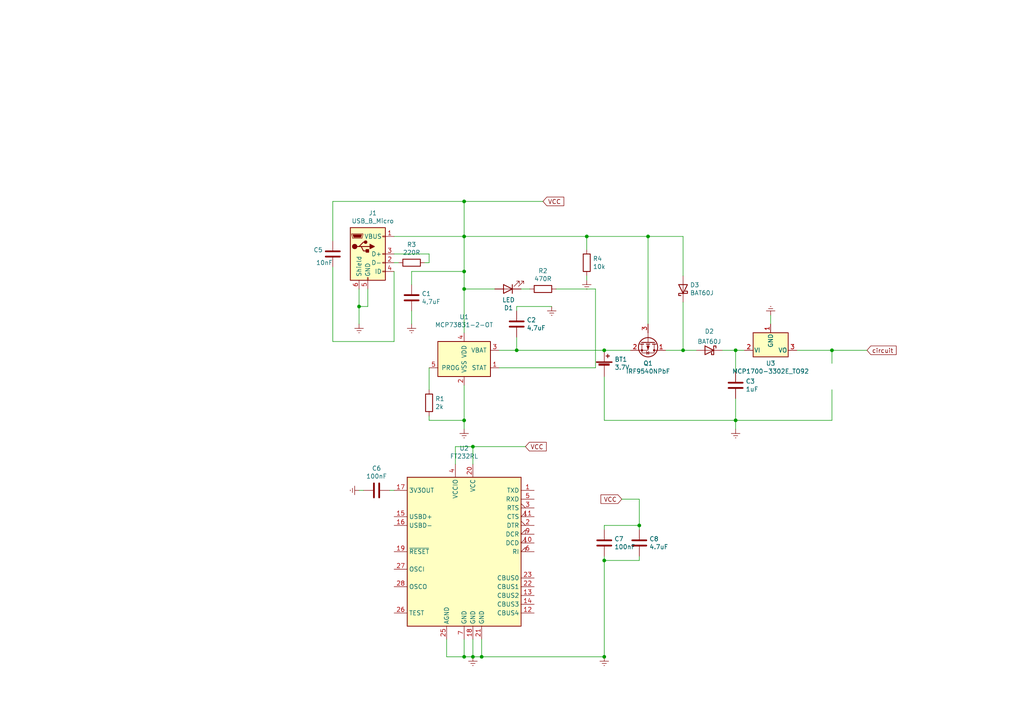
<source format=kicad_sch>
(kicad_sch (version 20211123) (generator eeschema)
  (paper "A4")
  (title_block (title "Power submodule") (date "2022-03-11") (rev "v2") (company "UCT") (comment 2 "LDO with 3v3 vout") (comment 3 "A Li-Ion battery charger") (comment 4 "Author: Vuyisa Mpetsheni"))
  (lib_symbols
    (symbol "Battery_Management:MCP73831-2-OT" (pin_names (offset 1.016))
      (property "Reference" "U" (at -7.62 6.35 0))
      (property "Value" "MCP73831-2-OT" (at 1.27 6.35 0))
      (symbol "MCP73831-2-OT_0_1"
        (rectangle (start -7.62 5.08) (end 7.62 -5.08) (stroke (width 0.254)) (fill (type background)))
      )
      (symbol "MCP73831-2-OT_1_1"
        (pin output line (at 10.16 -2.54 180) (length 2.54) (name "STAT") (number "1"))
        (pin power_in line (at 0 -7.62 90) (length 2.54) (name "VSS") (number "2"))
        (pin power_out line (at 10.16 2.54 180) (length 2.54) (name "VBAT") (number "3"))
        (pin power_in line (at 0 7.62 270) (length 2.54) (name "VDD") (number "4"))
        (pin input line (at -10.16 -2.54 0) (length 2.54) (name "PROG") (number "5"))
      )
    )
    (symbol "Connector:USB_B_Micro" (pin_names (offset 1.016))
      (property "Reference" "J" (at -5.08 11.43 0))
      (property "Value" "USB_B_Micro" (at -5.08 8.89 0))
      (symbol "USB_B_Micro_0_1"
        (rectangle (start -5.08 -7.62) (end 5.08 7.62) (stroke (width 0.254)) (fill (type background)))
        (circle (center -3.81 2.159) (radius 0.635) (stroke (width 0.254)) (fill (type outline)))
        (circle (center -0.635 3.429) (radius 0.381) (stroke (width 0.254)) (fill (type outline)))
        (rectangle (start -0.127 -7.62) (end 0.127 -6.858))
        (polyline (pts (xy -1.905 2.159) (xy 0.635 2.159)) (stroke (width 0.254)))
        (polyline (pts (xy -3.175 2.159) (xy -2.54 2.159) (xy -1.27 3.429) (xy -0.635 3.429)) (stroke (width 0.254)))
        (polyline (pts (xy -2.54 2.159) (xy -1.905 2.159) (xy -1.27 0.889) (xy 0 0.889)) (stroke (width 0.254)))
        (polyline (pts (xy 0.635 2.794) (xy 0.635 1.524) (xy 1.905 2.159) (xy 0.635 2.794)) (stroke (width 0.254)) (fill (type outline)))
        (polyline (pts (xy -4.318 5.588) (xy -1.778 5.588) (xy -2.032 4.826) (xy -4.064 4.826) (xy -4.318 5.588)) (fill (type outline)))
        (polyline (pts (xy -4.699 5.842) (xy -4.699 5.588) (xy -4.445 4.826) (xy -4.445 4.572) (xy -1.651 4.572) (xy -1.651 4.826) (xy -1.397 5.588) (xy -1.397 5.842) (xy -4.699 5.842)))
        (rectangle (start 0.254 1.27) (end -0.508 0.508) (stroke (width 0.254)) (fill (type outline)))
        (rectangle (start 5.08 -5.207) (end 4.318 -4.953))
        (rectangle (start 5.08 -2.667) (end 4.318 -2.413))
        (rectangle (start 5.08 -0.127) (end 4.318 0.127))
        (rectangle (start 5.08 4.953) (end 4.318 5.207))
      )
      (symbol "USB_B_Micro_1_1"
        (pin power_out line (at 7.62 5.08 180) (length 2.54) (name "VBUS") (number "1"))
        (pin bidirectional line (at 7.62 -2.54 180) (length 2.54) (name "D-") (number "2"))
        (pin bidirectional line (at 7.62 0 180) (length 2.54) (name "D+") (number "3"))
        (pin passive line (at 7.62 -5.08 180) (length 2.54) (name "ID") (number "4"))
        (pin power_out line (at 0 -10.16 90) (length 2.54) (name "GND") (number "5"))
        (pin passive line (at -2.54 -10.16 90) (length 2.54) (name "Shield") (number "6"))
      )
    )
    (symbol "Device:Battery_Cell" (pin_numbers hide) (pin_names (offset 0) hide)
      (property "Reference" "BT" (at 2.54 2.54 0))
      (property "Value" "Battery_Cell" (at 2.54 0 0))
      (symbol "Battery_Cell_0_1"
        (rectangle (start -2.286 1.778) (end 2.286 1.524) (fill (type outline)))
        (rectangle (start -1.5748 1.1938) (end 1.4732 0.6858) (fill (type outline)))
        (polyline (pts (xy 0 0.762) (xy 0 0)))
        (polyline (pts (xy 0 1.778) (xy 0 2.54)))
        (polyline (pts (xy 0.508 3.429) (xy 1.524 3.429)) (stroke (width 0.254)))
        (polyline (pts (xy 1.016 3.937) (xy 1.016 2.921)) (stroke (width 0.254)))
      )
      (symbol "Battery_Cell_1_1"
        (pin passive line (at 0 5.08 270) (length 2.54) (name "+") (number "1"))
        (pin passive line (at 0 -2.54 90) (length 2.54) (name "-") (number "2"))
      )
    )
    (symbol "Device:C" (pin_numbers hide) (pin_names (offset 0.254))
      (property "Reference" "C" (at 0.635 2.54 0))
      (property "Value" "C" (at 0.635 -2.54 0))
      (symbol "C_0_1"
        (polyline (pts (xy -2.032 -0.762) (xy 2.032 -0.762)) (stroke (width 0.508)))
        (polyline (pts (xy -2.032 0.762) (xy 2.032 0.762)) (stroke (width 0.508)))
      )
      (symbol "C_1_1"
        (pin passive line (at 0 3.81 270) (length 2.794) (name "~") (number "1"))
        (pin passive line (at 0 -3.81 90) (length 2.794) (name "~") (number "2"))
      )
    )
    (symbol "Device:D_Schottky" (pin_numbers hide) (pin_names (offset 1.016) hide)
      (property "Reference" "D" (at 0 2.54 0))
      (property "Value" "D_Schottky" (at 0 -2.54 0))
      (symbol "D_Schottky_0_1"
        (polyline (pts (xy 1.27 0) (xy -1.27 0)))
        (polyline (pts (xy 1.27 1.27) (xy 1.27 -1.27) (xy -1.27 0) (xy 1.27 1.27)) (stroke (width 0.254)))
        (polyline (pts (xy -1.905 0.635) (xy -1.905 1.27) (xy -1.27 1.27) (xy -1.27 -1.27) (xy -0.635 -1.27) (xy -0.635 -0.635)) (stroke (width 0.254)))
      )
      (symbol "D_Schottky_1_1"
        (pin passive line (at -3.81 0 0) (length 2.54) (name "K") (number "1"))
        (pin passive line (at 3.81 0 180) (length 2.54) (name "A") (number "2"))
      )
    )
    (symbol "Device:LED" (pin_numbers hide) (pin_names (offset 1.016) hide)
      (property "Reference" "D" (at 0 2.54 0))
      (property "Value" "LED" (at 0 -2.54 0))
      (symbol "LED_0_1"
        (polyline (pts (xy -1.27 -1.27) (xy -1.27 1.27)) (stroke (width 0.254)))
        (polyline (pts (xy -1.27 0) (xy 1.27 0)))
        (polyline (pts (xy 1.27 -1.27) (xy 1.27 1.27) (xy -1.27 0) (xy 1.27 -1.27)) (stroke (width 0.254)))
        (polyline (pts (xy -3.048 -0.762) (xy -4.572 -2.286) (xy -3.81 -2.286) (xy -4.572 -2.286) (xy -4.572 -1.524)))
        (polyline (pts (xy -1.778 -0.762) (xy -3.302 -2.286) (xy -2.54 -2.286) (xy -3.302 -2.286) (xy -3.302 -1.524)))
      )
      (symbol "LED_1_1"
        (pin passive line (at -3.81 0 0) (length 2.54) (name "K") (number "1"))
        (pin passive line (at 3.81 0 180) (length 2.54) (name "A") (number "2"))
      )
    )
    (symbol "Device:Q_PMOS_DSG" (pin_names (offset 0) hide)
      (property "Reference" "Q" (at 5.08 1.27 0))
      (property "Value" "Q_PMOS_DSG" (at 5.08 -1.27 0))
      (symbol "Q_PMOS_DSG_0_1"
        (polyline (pts (xy 0.254 0) (xy -2.54 0)))
        (polyline (pts (xy 0.254 1.905) (xy 0.254 -1.905)) (stroke (width 0.254)))
        (polyline (pts (xy 0.762 -1.27) (xy 0.762 -2.286)) (stroke (width 0.254)))
        (polyline (pts (xy 0.762 0.508) (xy 0.762 -0.508)) (stroke (width 0.254)))
        (polyline (pts (xy 0.762 2.286) (xy 0.762 1.27)) (stroke (width 0.254)))
        (polyline (pts (xy 2.54 2.54) (xy 2.54 1.778)))
        (polyline (pts (xy 2.54 -2.54) (xy 2.54 0) (xy 0.762 0)))
        (polyline (pts (xy 0.762 1.778) (xy 3.302 1.778) (xy 3.302 -1.778) (xy 0.762 -1.778)))
        (polyline (pts (xy 2.286 0) (xy 1.27 0.381) (xy 1.27 -0.381) (xy 2.286 0)) (fill (type outline)))
        (polyline (pts (xy 2.794 -0.508) (xy 2.921 -0.381) (xy 3.683 -0.381) (xy 3.81 -0.254)))
        (polyline (pts (xy 3.302 -0.381) (xy 2.921 0.254) (xy 3.683 0.254) (xy 3.302 -0.381)))
        (circle (center 1.651 0) (radius 2.794) (stroke (width 0.254)))
        (circle (center 2.54 -1.778) (radius 0.254) (fill (type outline)))
        (circle (center 2.54 1.778) (radius 0.254) (fill (type outline)))
      )
      (symbol "Q_PMOS_DSG_1_1"
        (pin passive line (at 2.54 5.08 270) (length 2.54) (name "D") (number "1"))
        (pin passive line (at 2.54 -5.08 90) (length 2.54) (name "S") (number "2"))
        (pin input line (at -5.08 0 0) (length 2.54) (name "G") (number "3"))
      )
    )
    (symbol "Device:R" (pin_numbers hide) (pin_names (offset 0))
      (property "Reference" "R" (at 2.032 0 90))
      (property "Value" "R" (at 0 0 90))
      (symbol "R_0_1"
        (rectangle (start -1.016 -2.54) (end 1.016 2.54) (stroke (width 0.254)))
      )
      (symbol "R_1_1"
        (pin passive line (at 0 3.81 270) (length 1.27) (name "~") (number "1"))
        (pin passive line (at 0 -3.81 90) (length 1.27) (name "~") (number "2"))
      )
    )
    (symbol "Diode:BAT60A" (pin_numbers hide) (pin_names (offset 1.016) hide)
      (property "Reference" "D" (at 0 2.54 0))
      (property "Value" "BAT60A" (at 0 -2.54 0))
      (symbol "BAT60A_0_1"
        (polyline (pts (xy 1.27 0) (xy -1.27 0)))
        (polyline (pts (xy 1.27 1.27) (xy 1.27 -1.27) (xy -1.27 0) (xy 1.27 1.27)) (stroke (width 0.254)))
        (polyline (pts (xy -1.905 0.635) (xy -1.905 1.27) (xy -1.27 1.27) (xy -1.27 -1.27) (xy -0.635 -1.27) (xy -0.635 -0.635)) (stroke (width 0.254)))
      )
      (symbol "BAT60A_1_1"
        (pin passive line (at -3.81 0 0) (length 2.54) (name "K") (number "1"))
        (pin passive line (at 3.81 0 180) (length 2.54) (name "A") (number "2"))
      )
    )
    (symbol "Interface_USB:FT232RL"
      (property "Reference" "U" (at -16.51 22.86 0))
      (property "Value" "FT232RL" (at 10.16 22.86 0))
      (symbol "FT232RL_0_1"
        (rectangle (start -16.51 21.59) (end 16.51 -21.59) (stroke (width 0.254)) (fill (type background)))
      )
      (symbol "FT232RL_1_1"
        (pin output line (at 20.32 17.78 180) (length 3.81) (name "TXD") (number "1"))
        (pin input input_low (at 20.32 2.54 180) (length 3.81) (name "DCD") (number "10"))
        (pin input input_low (at 20.32 10.16 180) (length 3.81) (name "CTS") (number "11"))
        (pin bidirectional line (at 20.32 -17.78 180) (length 3.81) (name "CBUS4") (number "12"))
        (pin bidirectional line (at 20.32 -12.7 180) (length 3.81) (name "CBUS2") (number "13"))
        (pin bidirectional line (at 20.32 -15.24 180) (length 3.81) (name "CBUS3") (number "14"))
        (pin bidirectional line (at -20.32 10.16 0) (length 3.81) (name "USBD+") (number "15"))
        (pin bidirectional line (at -20.32 7.62 0) (length 3.81) (name "USBD-") (number "16"))
        (pin power_out line (at -20.32 17.78 0) (length 3.81) (name "3V3OUT") (number "17"))
        (pin power_in line (at 2.54 -25.4 90) (length 3.81) (name "GND") (number "18"))
        (pin input line (at -20.32 0 0) (length 3.81) (name "~{RESET}") (number "19"))
        (pin output output_low (at 20.32 7.62 180) (length 3.81) (name "DTR") (number "2"))
        (pin power_in line (at 2.54 25.4 270) (length 3.81) (name "VCC") (number "20"))
        (pin power_in line (at 5.08 -25.4 90) (length 3.81) (name "GND") (number "21"))
        (pin bidirectional line (at 20.32 -10.16 180) (length 3.81) (name "CBUS1") (number "22"))
        (pin bidirectional line (at 20.32 -7.62 180) (length 3.81) (name "CBUS0") (number "23"))
        (pin power_in line (at -5.08 -25.4 90) (length 3.81) (name "AGND") (number "25"))
        (pin input line (at -20.32 -17.78 0) (length 3.81) (name "TEST") (number "26"))
        (pin input line (at -20.32 -5.08 0) (length 3.81) (name "OSCI") (number "27"))
        (pin output line (at -20.32 -10.16 0) (length 3.81) (name "OSCO") (number "28"))
        (pin output output_low (at 20.32 12.7 180) (length 3.81) (name "RTS") (number "3"))
        (pin power_in line (at -2.54 25.4 270) (length 3.81) (name "VCCIO") (number "4"))
        (pin input line (at 20.32 15.24 180) (length 3.81) (name "RXD") (number "5"))
        (pin input input_low (at 20.32 0 180) (length 3.81) (name "RI") (number "6"))
        (pin power_in line (at 0 -25.4 90) (length 3.81) (name "GND") (number "7"))
        (pin input input_low (at 20.32 5.08 180) (length 3.81) (name "DCR") (number "9"))
      )
    )
    (symbol "Regulator_Linear:MCP1700-3302E_TO92" (pin_names (offset 0.254))
      (property "Reference" "U" (at -3.81 -3.175 0))
      (property "Value" "MCP1700-3302E_TO92" (at 0 -3.175 0))
      (symbol "MCP1700-3302E_TO92_0_1"
        (rectangle (start -5.08 5.08) (end 5.08 -1.905) (stroke (width 0.254)) (fill (type background)))
      )
      (symbol "MCP1700-3302E_TO92_1_1"
        (pin power_in line (at 0 7.62 270) (length 2.54) (name "GND") (number "1"))
        (pin power_in line (at -7.62 0 0) (length 2.54) (name "VI") (number "2"))
        (pin power_out line (at 7.62 0 180) (length 2.54) (name "VO") (number "3"))
      )
    )
    (symbol "power:Earth" (power) (pin_names (offset 0))
      (symbol "Earth_0_1"
        (polyline (pts (xy -0.635 -1.905) (xy 0.635 -1.905)))
        (polyline (pts (xy -0.127 -2.54) (xy 0.127 -2.54)))
        (polyline (pts (xy 0 -1.27) (xy 0 0)))
        (polyline (pts (xy 1.27 -1.27) (xy -1.27 -1.27)))
      )
      (symbol "Earth_1_1"
        (pin power_in line (at 0 0 270) (length 0) hide (name "Earth") (number "1"))
      )
    )
  )
  (junction (at 134.62 78.74))
  (junction (at 175.26 101.6))
  (junction (at 198.12 101.6))
  (junction (at 104.14 88.9))
  (junction (at 137.16 129.54))
  (junction (at 139.7 190.5))
  (junction (at 149.86 101.6))
  (junction (at 241.3 101.6))
  (junction (at 134.62 83.82))
  (junction (at 137.16 190.5))
  (junction (at 175.26 162.56))
  (junction (at 134.62 68.58))
  (junction (at 134.62 121.92))
  (junction (at 134.62 190.5))
  (junction (at 185.42 152.4))
  (junction (at 134.62 58.42))
  (junction (at 175.26 190.5))
  (junction (at 170.18 68.58))
  (junction (at 213.36 121.92))
  (junction (at 213.36 101.6))
  (junction (at 187.96 68.58))
  (wire (pts (xy 175.26 190.5) (xy 175.26 162.56)))
  (wire (pts (xy 139.7 185.42) (xy 139.7 190.5)))
  (wire (pts (xy 104.14 88.9) (xy 104.14 83.82)))
  (wire (pts (xy 152.4 129.54) (xy 137.16 129.54)))
  (wire (pts (xy 209.55 101.6) (xy 213.36 101.6)))
  (wire (pts (xy 193.04 101.6) (xy 198.12 101.6)))
  (wire (pts (xy 114.3 76.2) (xy 115.57 76.2)))
  (wire (pts (xy 170.18 68.58) (xy 170.18 72.39)))
  (wire (pts (xy 137.16 134.62) (xy 137.16 129.54)))
  (wire (pts (xy 172.72 83.82) (xy 161.29 83.82)))
  (wire (pts (xy 134.62 83.82) (xy 134.62 96.52)))
  (wire (pts (xy 213.36 107.95) (xy 213.36 101.6)))
  (wire (pts (xy 134.62 58.42) (xy 157.48 58.42)))
  (wire (pts (xy 175.26 152.4) (xy 175.26 153.67)))
  (wire (pts (xy 114.3 73.66) (xy 124.46 73.66)))
  (wire (pts (xy 134.62 185.42) (xy 134.62 190.5)))
  (wire (pts (xy 134.62 68.58) (xy 134.62 58.42)))
  (wire (pts (xy 132.08 129.54) (xy 132.08 134.62)))
  (wire (pts (xy 187.96 68.58) (xy 198.12 68.58)))
  (wire (pts (xy 175.26 190.5) (xy 139.7 190.5)))
  (wire (pts (xy 144.78 106.68) (xy 172.72 106.68)))
  (wire (pts (xy 134.62 111.76) (xy 134.62 121.92)))
  (wire (pts (xy 134.62 190.5) (xy 137.16 190.5)))
  (wire (pts (xy 149.86 97.79) (xy 149.86 101.6)))
  (wire (pts (xy 106.68 83.82) (xy 106.68 88.9)))
  (wire (pts (xy 114.3 99.06) (xy 96.52 99.06)))
  (wire (pts (xy 241.3 105.41) (xy 241.3 101.6)))
  (wire (pts (xy 149.86 88.9) (xy 160.02 88.9)))
  (wire (pts (xy 185.42 152.4) (xy 185.42 153.67)))
  (wire (pts (xy 175.26 109.22) (xy 175.26 121.92)))
  (wire (pts (xy 180.34 144.78) (xy 185.42 144.78)))
  (wire (pts (xy 129.54 190.5) (xy 129.54 185.42)))
  (wire (pts (xy 119.38 78.74) (xy 119.38 82.55)))
  (wire (pts (xy 134.62 68.58) (xy 170.18 68.58)))
  (wire (pts (xy 134.62 83.82) (xy 143.51 83.82)))
  (wire (pts (xy 134.62 68.58) (xy 114.3 68.58)))
  (wire (pts (xy 134.62 78.74) (xy 134.62 83.82)))
  (wire (pts (xy 134.62 121.92) (xy 124.46 121.92)))
  (wire (pts (xy 119.38 93.98) (xy 119.38 90.17)))
  (wire (pts (xy 134.62 190.5) (xy 129.54 190.5)))
  (wire (pts (xy 198.12 68.58) (xy 198.12 80.01)))
  (wire (pts (xy 213.36 101.6) (xy 215.9 101.6)))
  (wire (pts (xy 213.36 121.92) (xy 175.26 121.92)))
  (wire (pts (xy 175.26 162.56) (xy 185.42 162.56)))
  (wire (pts (xy 175.26 101.6) (xy 149.86 101.6)))
  (wire (pts (xy 170.18 81.28) (xy 170.18 80.01)))
  (wire (pts (xy 144.78 101.6) (xy 149.86 101.6)))
  (wire (pts (xy 185.42 152.4) (xy 175.26 152.4)))
  (wire (pts (xy 185.42 162.56) (xy 185.42 161.29)))
  (wire (pts (xy 114.3 78.74) (xy 114.3 99.06)))
  (wire (pts (xy 114.3 142.24) (xy 113.03 142.24)))
  (wire (pts (xy 172.72 83.82) (xy 172.72 106.68)))
  (wire (pts (xy 134.62 121.92) (xy 134.62 124.46)))
  (wire (pts (xy 213.36 121.92) (xy 213.36 115.57)))
  (wire (pts (xy 223.52 93.98) (xy 223.52 91.44)))
  (wire (pts (xy 104.14 88.9) (xy 104.14 93.98)))
  (wire (pts (xy 137.16 129.54) (xy 132.08 129.54)))
  (wire (pts (xy 213.36 121.92) (xy 241.3 121.92)))
  (wire (pts (xy 241.3 113.03) (xy 241.3 121.92)))
  (wire (pts (xy 175.26 162.56) (xy 175.26 161.29)))
  (wire (pts (xy 213.36 121.92) (xy 213.36 124.46)))
  (wire (pts (xy 134.62 68.58) (xy 134.62 78.74)))
  (wire (pts (xy 124.46 121.92) (xy 124.46 120.65)))
  (wire (pts (xy 137.16 185.42) (xy 137.16 190.5)))
  (wire (pts (xy 170.18 68.58) (xy 187.96 68.58)))
  (wire (pts (xy 139.7 190.5) (xy 137.16 190.5)))
  (wire (pts (xy 153.67 83.82) (xy 151.13 83.82)))
  (wire (pts (xy 96.52 58.42) (xy 96.52 69.85)))
  (wire (pts (xy 124.46 76.2) (xy 123.19 76.2)))
  (wire (pts (xy 185.42 144.78) (xy 185.42 152.4)))
  (wire (pts (xy 124.46 106.68) (xy 124.46 113.03)))
  (wire (pts (xy 187.96 93.98) (xy 187.96 68.58)))
  (wire (pts (xy 149.86 88.9) (xy 149.86 90.17)))
  (wire (pts (xy 231.14 101.6) (xy 241.3 101.6)))
  (wire (pts (xy 124.46 73.66) (xy 124.46 76.2)))
  (wire (pts (xy 134.62 58.42) (xy 96.52 58.42)))
  (wire (pts (xy 106.68 88.9) (xy 104.14 88.9)))
  (wire (pts (xy 198.12 101.6) (xy 201.93 101.6)))
  (wire (pts (xy 175.26 101.6) (xy 182.88 101.6)))
  (wire (pts (xy 96.52 77.47) (xy 96.52 99.06)))
  (wire (pts (xy 198.12 87.63) (xy 198.12 101.6)))
  (wire (pts (xy 104.14 142.24) (xy 105.41 142.24)))
  (wire (pts (xy 251.46 101.6) (xy 241.3 101.6)))
  (wire (pts (xy 119.38 78.74) (xy 134.62 78.74)))
  (global_label "VCC" (shape input) (at 152.4 129.54 0) (property "Intersheet References" "${INTERSHEET_REFS}" (effects hide)))
  (global_label "circuit" (shape input) (at 251.46 101.6 0) (property "Intersheet References" "${INTERSHEET_REFS}" (effects hide)))
  (global_label "VCC" (shape input) (at 157.48 58.42 0) (property "Intersheet References" "${INTERSHEET_REFS}" (effects hide)))
  (global_label "VCC" (shape input) (at 180.34 144.78 180) (property "Intersheet References" "${INTERSHEET_REFS}" (effects hide)))
  (symbol (lib_id "Battery_Management:MCP73831-2-OT") (at 134.62 104.14 0) (unit 1)
    (property "Reference" "U1" (at 134.62 91.9226 0))
    (property "Value" "MCP73831-2-OT" (at 134.62 94.234 0))
    (property "Footprint" "Package_TO_SOT_SMD:SOT-23-5" (effects hide))
    (property "Datasheet" "http://ww1.microchip.com/downloads/en/DeviceDoc/20001984g.pdf" (effects hide))
    (property "JLCPCB Part" "C424093" (effects hide))
    (property "price" "1,5435" (effects hide))
  )
  (symbol (lib_id "Device:LED") (at 147.32 83.82 180) (unit 1)
    (property "Reference" "D1" (at 147.4978 89.3064 0))
    (property "Value" "LED" (at 147.4978 86.995 0))
    (property "JLCPCB Part" "C264544" (effects hide))
    (property "price" "0,1584" (effects hide))
  )
  (symbol (lib_id "Device:R") (at 157.48 83.82 90) (unit 1)
    (property "Reference" "R2" (at 157.48 78.5622 90))
    (property "Value" "470R" (at 157.48 80.8736 90))
    (property "price" "0,0015" (effects hide))
  )
  (symbol (lib_id "Device:R") (at 124.46 116.84 0) (unit 1)
    (property "Reference" "R1" (at 126.238 115.6716 0) (effects (justify left)))
    (property "Value" "2k" (at 126.238 117.983 0) (effects (justify left)))
    (property "price" "0,0036" (effects hide))
  )
  (symbol (lib_id "power:Earth") (at 134.62 124.46 0) (unit 1)
    (property "Reference" "#PWR0102" (effects hide))
    (property "Value" "Earth" (effects hide))
  )
  (symbol (lib_id "power:Earth") (at 160.02 88.9 0) (unit 1)
    (property "Reference" "#PWR0103" (effects hide))
    (property "Value" "Earth" (effects hide))
  )
  (symbol (lib_id "Device:Battery_Cell") (at 175.26 106.68 0) (unit 1)
    (property "Reference" "BT1" (at 178.2572 104.2416 0) (effects (justify left)))
    (property "Value" "3.7V" (at 178.2572 106.553 0) (effects (justify left)))
    (property "price" "0" (effects hide))
  )
  (symbol (lib_id "power:Earth") (at 119.38 93.98 0) (unit 1)
    (property "Reference" "#PWR0104" (effects hide))
    (property "Value" "Earth" (effects hide))
  )
  (symbol (lib_id "Device:D_Schottky") (at 205.74 101.6 0) (mirror y) (unit 1)
    (property "Reference" "D2" (at 205.74 96.1136 0))
    (property "Value" "BAT60J" (at 205.74 99.06 0))
    (property "JLCPCB Part" "C2476" (effects hide))
    (property "price" "0.108" (effects hide))
  )
  (symbol (lib_id "Device:C") (at 213.36 111.76 0) (unit 1)
    (property "Reference" "C3" (at 216.281 110.5916 0) (effects (justify left)))
    (property "Value" "1uF" (at 216.281 112.903 0) (effects (justify left)))
    (property "JLCPCB Part" "C2761810" (effects hide))
    (property "price" "0,0669" (effects hide))
  )
  (symbol (lib_id "power:Earth") (at 223.52 91.44 180) (unit 1)
    (property "Reference" "#PWR0105" (effects hide))
    (property "Value" "Earth" (effects hide))
  )
  (symbol (lib_id "power:Earth") (at 213.36 124.46 0) (unit 1)
    (property "Reference" "#PWR0106" (effects hide))
    (property "Value" "Earth" (effects hide))
  )
  (symbol (lib_id "Device:C") (at 119.38 86.36 0) (unit 1)
    (property "Reference" "C1" (at 122.301 85.1916 0) (effects (justify left)))
    (property "Value" "4,7uF" (at 122.301 87.503 0) (effects (justify left)))
    (property "JLCPCB Part" "C8032" (effects hide))
    (property "price" "0,004" (effects hide))
  )
  (symbol (lib_id "Device:C") (at 149.86 93.98 0) (unit 1)
    (property "Reference" "C2" (at 152.781 92.8116 0) (effects (justify left)))
    (property "Value" "4,7uF" (at 152.781 95.123 0) (effects (justify left)))
    (property "JLCPCB Part" "C8032" (effects hide))
    (property "price" "0,004" (effects hide))
  )
  (symbol (lib_id "Device:CP1") (at 241.3 109.22 0) (unit 1)
    (property "Reference" "C4" (at 244.221 108.0516 0) (effects (justify left)))
    (property "Value" "1uF" (at 244.221 110.363 0) (effects (justify left)))
    (property "JLCPCB Part" "C140402" (effects hide))
    (property "price" "0,1478" (effects hide))
  )
  (symbol (lib_id "Connector:USB_B_Micro") (at 106.68 73.66 0) (unit 1)
    (property "Reference" "J1" (at 108.1278 61.7982 0))
    (property "Value" "USB_B_Micro" (at 108.1278 64.1096 0))
    (property "JLCPCB Part" "C132563" (effects hide))
    (property "price" "0,2511" (effects hide))
  )
  (symbol (lib_id "Device:R") (at 119.38 76.2 270) (unit 1)
    (property "Reference" "R3" (at 119.38 70.9422 90))
    (property "Value" "220R" (at 119.38 73.2536 90))
    (property "JLCPCB Part" "C433520" (effects hide))
    (property "price" "0,008" (effects hide))
  )
  (symbol (lib_id "power:Earth") (at 104.14 93.98 0) (unit 1)
    (property "Reference" "#PWR0101" (effects hide))
    (property "Value" "Earth" (effects hide))
  )
  (symbol (lib_id "Regulator_Linear:MCP1700-3302E_TO92") (at 223.52 101.6 0) (unit 1)
    (property "Reference" "U3" (at 223.52 105.3846 0))
    (property "Value" "MCP1700-3302E_TO92" (at 223.52 107.696 0))
    (property "Footprint" "Package_TO_SOT_THT:TO-92_Inline" (effects hide))
    (property "Datasheet" "http://ww1.microchip.com/downloads/en/DeviceDoc/20001826D.pdf" (effects hide))
  )
  (symbol (lib_id "Device:R") (at 170.18 76.2 0) (unit 1)
    (property "Reference" "R4" (at 171.958 75.0316 0) (effects (justify left)))
    (property "Value" "10k" (at 171.958 77.343 0) (effects (justify left)))
  )
  (symbol (lib_id "power:Earth") (at 170.18 81.28 0) (unit 1)
    (property "Reference" "#PWR0107" (effects hide))
    (property "Value" "Earth" (effects hide))
  )
  (symbol (lib_id "Device:Q_PMOS_DSG") (at 187.96 99.06 270) (unit 1)
    (property "Reference" "Q1" (at 187.96 105.3846 90))
    (property "Value" "IRF9540NPbF" (at 187.96 107.696 90))
  )
  (symbol (lib_id "Interface_USB:FT232RL") (at 134.62 160.02 0) (unit 1)
    (property "Reference" "U2" (at 134.62 130.0226 0))
    (property "Value" "FT232RL" (at 134.62 132.334 0))
    (property "Footprint" "Package_SO:SSOP-28_5.3x10.2mm_P0.65mm" (effects hide))
    (property "Datasheet" "https://www.ftdichip.com/Support/Documents/DataSheets/ICs/DS_FT232R.pdf" (effects hide))
  )
  (symbol (lib_id "power:Earth") (at 137.16 190.5 0) (unit 1)
    (property "Reference" "#PWR0108" (effects hide))
    (property "Value" "Earth" (effects hide))
  )
  (symbol (lib_id "Device:C") (at 109.22 142.24 90) (unit 1)
    (property "Reference" "C6" (at 109.22 135.8392 90))
    (property "Value" "100nF" (at 109.22 138.1506 90))
  )
  (symbol (lib_id "power:Earth") (at 104.14 142.24 270) (unit 1)
    (property "Reference" "#PWR0109" (effects hide))
    (property "Value" "Earth" (effects hide))
  )
  (symbol (lib_id "Device:C") (at 96.52 73.66 0) (mirror x) (unit 1)
    (property "Reference" "C5" (at 93.6244 72.4916 0) (effects (justify right)))
    (property "Value" "10nF" (at 96.52 76.2 0) (effects (justify right)))
  )
  (symbol (lib_id "power:Earth") (at 175.26 190.5 0) (unit 1)
    (property "Reference" "#PWR0110" (effects hide))
    (property "Value" "Earth" (effects hide))
  )
  (symbol (lib_id "Device:C") (at 175.26 157.48 0) (unit 1)
    (property "Reference" "C7" (at 178.181 156.3116 0) (effects (justify left)))
    (property "Value" "100nF" (at 178.181 158.623 0) (effects (justify left)))
  )
  (symbol (lib_id "Device:C") (at 185.42 157.48 0) (unit 1)
    (property "Reference" "C8" (at 188.341 156.3116 0) (effects (justify left)))
    (property "Value" "4.7uF" (at 188.341 158.623 0) (effects (justify left)))
  )
  (symbol (lib_id "Diode:BAT60A") (at 198.12 83.82 90) (unit 1)
    (property "Reference" "D3" (at 200.1266 82.6516 90) (effects (justify right)))
    (property "Value" "BAT60J" (at 200.1266 84.963 90) (effects (justify right)))
    (property "Footprint" "Diode_SMD:D_SOD-323" (effects hide))
    (property "Datasheet" "https://www.infineon.com/dgdl/Infineon-BAT60ASERIES-DS-v01_01-en.pdf?fileId=db3a304313d846880113def70c9304a9" (effects hide))
  )
)
</source>
